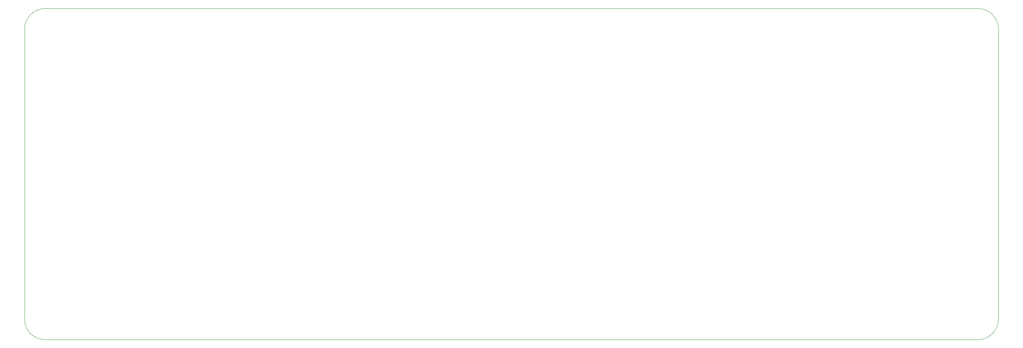
<source format=gbr>
%TF.GenerationSoftware,KiCad,Pcbnew,(6.0.11)*%
%TF.CreationDate,2023-12-23T16:41:24-05:00*%
%TF.ProjectId,front-panel.processor,66726f6e-742d-4706-916e-656c2e70726f,rev?*%
%TF.SameCoordinates,Original*%
%TF.FileFunction,Profile,NP*%
%FSLAX46Y46*%
G04 Gerber Fmt 4.6, Leading zero omitted, Abs format (unit mm)*
G04 Created by KiCad (PCBNEW (6.0.11)) date 2023-12-23 16:41:24*
%MOMM*%
%LPD*%
G01*
G04 APERTURE LIST*
%TA.AperFunction,Profile*%
%ADD10C,0.050000*%
%TD*%
G04 APERTURE END LIST*
D10*
X40000000Y-230000000D02*
X265000000Y-230000000D01*
X35000000Y-155000000D02*
X35000000Y-225000000D01*
X265000000Y-150000000D02*
X40000000Y-150000000D01*
X270000000Y-225000000D02*
X270000000Y-155000000D01*
X270000000Y-155000000D02*
G75*
G03*
X265000000Y-150000000I-5000000J0D01*
G01*
X35000000Y-225000000D02*
G75*
G03*
X40000000Y-230000000I5000000J0D01*
G01*
X40000000Y-150000000D02*
G75*
G03*
X35000000Y-155000000I0J-5000000D01*
G01*
X265000000Y-230000000D02*
G75*
G03*
X270000000Y-225000000I0J5000000D01*
G01*
M02*

</source>
